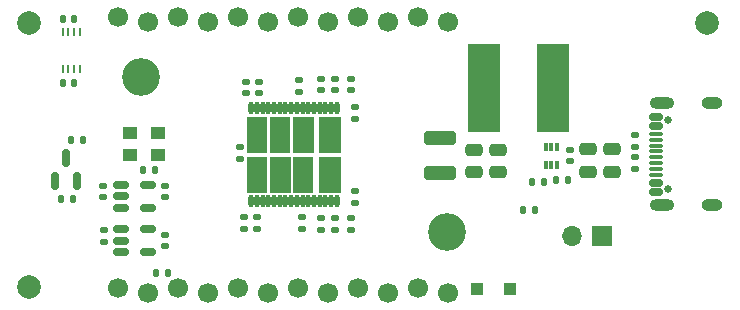
<source format=gts>
G04 #@! TF.GenerationSoftware,KiCad,Pcbnew,8.0.1-8.0.1-1~ubuntu22.04.1*
G04 #@! TF.CreationDate,2024-09-21T11:56:38+02:00*
G04 #@! TF.ProjectId,NerdNOS,4e657264-4e4f-4532-9e6b-696361645f70,rev?*
G04 #@! TF.SameCoordinates,Original*
G04 #@! TF.FileFunction,Soldermask,Top*
G04 #@! TF.FilePolarity,Negative*
%FSLAX46Y46*%
G04 Gerber Fmt 4.6, Leading zero omitted, Abs format (unit mm)*
G04 Created by KiCad (PCBNEW 8.0.1-8.0.1-1~ubuntu22.04.1) date 2024-09-21 11:56:38*
%MOMM*%
%LPD*%
G01*
G04 APERTURE LIST*
G04 Aperture macros list*
%AMRoundRect*
0 Rectangle with rounded corners*
0 $1 Rounding radius*
0 $2 $3 $4 $5 $6 $7 $8 $9 X,Y pos of 4 corners*
0 Add a 4 corners polygon primitive as box body*
4,1,4,$2,$3,$4,$5,$6,$7,$8,$9,$2,$3,0*
0 Add four circle primitives for the rounded corners*
1,1,$1+$1,$2,$3*
1,1,$1+$1,$4,$5*
1,1,$1+$1,$6,$7*
1,1,$1+$1,$8,$9*
0 Add four rect primitives between the rounded corners*
20,1,$1+$1,$2,$3,$4,$5,0*
20,1,$1+$1,$4,$5,$6,$7,0*
20,1,$1+$1,$6,$7,$8,$9,0*
20,1,$1+$1,$8,$9,$2,$3,0*%
G04 Aperture macros list end*
%ADD10C,0.010000*%
%ADD11RoundRect,0.250000X-0.300000X-0.300000X0.300000X-0.300000X0.300000X0.300000X-0.300000X0.300000X0*%
%ADD12RoundRect,0.150000X-0.512500X-0.150000X0.512500X-0.150000X0.512500X0.150000X-0.512500X0.150000X0*%
%ADD13RoundRect,0.135000X0.185000X-0.135000X0.185000X0.135000X-0.185000X0.135000X-0.185000X-0.135000X0*%
%ADD14R,2.700000X7.500000*%
%ADD15RoundRect,0.140000X0.170000X-0.140000X0.170000X0.140000X-0.170000X0.140000X-0.170000X-0.140000X0*%
%ADD16RoundRect,0.140000X-0.170000X0.140000X-0.170000X-0.140000X0.170000X-0.140000X0.170000X0.140000X0*%
%ADD17R,1.700000X1.700000*%
%ADD18O,1.700000X1.700000*%
%ADD19RoundRect,0.250000X-0.475000X0.250000X-0.475000X-0.250000X0.475000X-0.250000X0.475000X0.250000X0*%
%ADD20RoundRect,0.140000X0.140000X0.170000X-0.140000X0.170000X-0.140000X-0.170000X0.140000X-0.170000X0*%
%ADD21RoundRect,0.150000X0.150000X-0.587500X0.150000X0.587500X-0.150000X0.587500X-0.150000X-0.587500X0*%
%ADD22RoundRect,0.135000X-0.185000X0.135000X-0.185000X-0.135000X0.185000X-0.135000X0.185000X0.135000X0*%
%ADD23C,0.650000*%
%ADD24RoundRect,0.150000X0.425000X-0.150000X0.425000X0.150000X-0.425000X0.150000X-0.425000X-0.150000X0*%
%ADD25RoundRect,0.075000X0.500000X-0.075000X0.500000X0.075000X-0.500000X0.075000X-0.500000X-0.075000X0*%
%ADD26O,2.100000X1.000000*%
%ADD27O,1.800000X1.000000*%
%ADD28RoundRect,0.135000X0.135000X0.185000X-0.135000X0.185000X-0.135000X-0.185000X0.135000X-0.185000X0*%
%ADD29R,1.300000X1.100000*%
%ADD30RoundRect,0.250000X-1.100000X0.325000X-1.100000X-0.325000X1.100000X-0.325000X1.100000X0.325000X0*%
%ADD31C,2.000000*%
%ADD32RoundRect,0.135000X-0.135000X-0.185000X0.135000X-0.185000X0.135000X0.185000X-0.135000X0.185000X0*%
%ADD33RoundRect,0.236600X-0.000010X0.295000X-0.000010X-0.295000X0.000010X-0.295000X0.000010X0.295000X0*%
%ADD34R,0.254000X0.762000*%
%ADD35C,3.200000*%
%ADD36RoundRect,0.075000X-0.075000X0.275000X-0.075000X-0.275000X0.075000X-0.275000X0.075000X0.275000X0*%
%ADD37C,1.700000*%
G04 APERTURE END LIST*
D10*
X101955000Y-66400000D02*
X100325000Y-66400000D01*
X100325000Y-69340000D01*
X101955000Y-69340000D01*
X101955000Y-66400000D01*
G36*
X101955000Y-66400000D02*
G01*
X100325000Y-66400000D01*
X100325000Y-69340000D01*
X101955000Y-69340000D01*
X101955000Y-66400000D01*
G37*
X101965000Y-63060000D02*
X100335000Y-63060000D01*
X100335000Y-66000000D01*
X101965000Y-66000000D01*
X101965000Y-63060000D01*
G36*
X101965000Y-63060000D02*
G01*
X100335000Y-63060000D01*
X100335000Y-66000000D01*
X101965000Y-66000000D01*
X101965000Y-63060000D01*
G37*
X103915000Y-63060000D02*
X102285000Y-63060000D01*
X102285000Y-66000000D01*
X103915000Y-66000000D01*
X103915000Y-63060000D01*
G36*
X103915000Y-63060000D02*
G01*
X102285000Y-63060000D01*
X102285000Y-66000000D01*
X103915000Y-66000000D01*
X103915000Y-63060000D01*
G37*
X103925000Y-66410000D02*
X102295000Y-66410000D01*
X102295000Y-69350000D01*
X103925000Y-69350000D01*
X103925000Y-66410000D01*
G36*
X103925000Y-66410000D02*
G01*
X102295000Y-66410000D01*
X102295000Y-69350000D01*
X103925000Y-69350000D01*
X103925000Y-66410000D01*
G37*
X105865000Y-66400000D02*
X104235000Y-66400000D01*
X104235000Y-69340000D01*
X105865000Y-69340000D01*
X105865000Y-66400000D01*
G36*
X105865000Y-66400000D02*
G01*
X104235000Y-66400000D01*
X104235000Y-69340000D01*
X105865000Y-69340000D01*
X105865000Y-66400000D01*
G37*
X105870000Y-63060000D02*
X104240000Y-63060000D01*
X104240000Y-66000000D01*
X105870000Y-66000000D01*
X105870000Y-63060000D01*
G36*
X105870000Y-63060000D02*
G01*
X104240000Y-63060000D01*
X104240000Y-66000000D01*
X105870000Y-66000000D01*
X105870000Y-63060000D01*
G37*
X108220000Y-63050000D02*
X106380000Y-63050000D01*
X106380000Y-65990000D01*
X108220000Y-65990000D01*
X108220000Y-63050000D01*
G36*
X108220000Y-63050000D02*
G01*
X106380000Y-63050000D01*
X106380000Y-65990000D01*
X108220000Y-65990000D01*
X108220000Y-63050000D01*
G37*
X108220000Y-66410000D02*
X106380000Y-66410000D01*
X106380000Y-69350000D01*
X108220000Y-69350000D01*
X108220000Y-66410000D01*
G36*
X108220000Y-66410000D02*
G01*
X106380000Y-66410000D01*
X106380000Y-69350000D01*
X108220000Y-69350000D01*
X108220000Y-66410000D01*
G37*
D11*
X119800000Y-77600000D03*
X122600000Y-77600000D03*
D12*
X89662500Y-72550001D03*
X89662500Y-73500000D03*
X89662500Y-74449999D03*
X91937500Y-74449999D03*
X91937500Y-72550001D03*
D13*
X133165000Y-65550000D03*
X133165000Y-64530000D03*
D14*
X126200000Y-60600000D03*
X120400000Y-60600000D03*
D15*
X100200000Y-60980000D03*
X100200000Y-60020000D03*
D16*
X109100000Y-59820000D03*
X109100000Y-60780000D03*
D17*
X130340000Y-73100000D03*
D18*
X127800000Y-73100000D03*
D19*
X121600000Y-65800000D03*
X121600000Y-67700000D03*
D20*
X85680000Y-54750400D03*
X84720000Y-54750400D03*
D21*
X84050000Y-68404999D03*
X85950000Y-68404999D03*
X85000000Y-66529999D03*
D16*
X106600000Y-59820000D03*
X106600000Y-60780000D03*
D22*
X133165000Y-66430000D03*
X133165000Y-67450000D03*
D16*
X88200000Y-72620000D03*
X88200000Y-73580000D03*
D22*
X105000000Y-71490001D03*
X105000000Y-72509999D03*
D23*
X135985000Y-69080000D03*
X135985000Y-63300000D03*
D24*
X134910000Y-69390000D03*
X134910000Y-68590000D03*
D25*
X134910000Y-67440000D03*
X134910000Y-66440000D03*
X134910000Y-65940000D03*
X134910000Y-64940000D03*
D24*
X134910000Y-62990000D03*
X134910000Y-63790000D03*
D25*
X134910000Y-64440000D03*
X134910000Y-65440000D03*
X134910000Y-66940000D03*
X134910000Y-67940000D03*
D26*
X135485000Y-70510000D03*
D27*
X139665000Y-70510000D03*
D26*
X135485000Y-61870000D03*
D27*
X139665000Y-61870000D03*
D16*
X106600000Y-71600000D03*
X106600000Y-72560000D03*
X100100000Y-71520000D03*
X100100000Y-72480000D03*
X107800000Y-71600000D03*
X107800000Y-72560000D03*
D28*
X93610000Y-76200000D03*
X92590000Y-76200000D03*
D16*
X107800000Y-59820000D03*
X107800000Y-60780000D03*
D19*
X131200000Y-65750000D03*
X131200000Y-67650000D03*
D29*
X90445000Y-66265000D03*
X92745000Y-66265000D03*
X92745000Y-64365000D03*
X90445000Y-64365000D03*
D19*
X129200000Y-65750000D03*
X129200000Y-67650000D03*
X119500000Y-65800000D03*
X119500000Y-67700000D03*
D20*
X92495000Y-67515000D03*
X91535000Y-67515000D03*
D30*
X116700000Y-64825000D03*
X116700000Y-67775000D03*
D16*
X93362500Y-68870001D03*
X93362500Y-69830001D03*
D31*
X139300000Y-55100000D03*
D20*
X85680000Y-60150400D03*
X84720000Y-60150400D03*
D15*
X101300000Y-60980000D03*
X101300000Y-60020000D03*
D32*
X85390000Y-65000000D03*
X86410000Y-65000000D03*
D28*
X125500000Y-68500000D03*
X124480000Y-68500000D03*
D33*
X107900000Y-62265400D03*
X107420000Y-62265400D03*
X106940000Y-62265400D03*
X106460000Y-62265400D03*
X105980000Y-62265400D03*
X105500000Y-62265400D03*
X105020000Y-62265400D03*
X104540000Y-62265400D03*
X104060000Y-62265400D03*
X103580000Y-62265400D03*
X103100000Y-62265400D03*
X102620000Y-62265400D03*
X102140000Y-62265400D03*
X101660000Y-62265400D03*
X101180000Y-62265400D03*
X100700000Y-62265400D03*
X100700000Y-70134600D03*
X101180000Y-70134600D03*
X101660000Y-70134600D03*
X102140000Y-70134600D03*
X102620000Y-70134600D03*
X103100000Y-70134600D03*
X103580000Y-70134600D03*
X104060000Y-70134600D03*
X104540000Y-70134600D03*
X105020000Y-70134600D03*
X105500000Y-70134600D03*
X105980000Y-70134600D03*
X106460000Y-70134600D03*
X106940000Y-70134600D03*
X107420000Y-70134600D03*
X107900000Y-70134600D03*
D34*
X86200252Y-55850400D03*
X85700126Y-55850400D03*
X85200000Y-55850400D03*
X84699874Y-55850400D03*
X84699874Y-59000000D03*
X85200000Y-59000000D03*
X85700126Y-59000000D03*
X86200252Y-59000000D03*
D16*
X88162500Y-68870001D03*
X88162500Y-69830001D03*
X93400000Y-73020000D03*
X93400000Y-73980000D03*
D35*
X117230000Y-72760000D03*
X91370000Y-59640000D03*
D16*
X109100000Y-71600000D03*
X109100000Y-72560000D03*
D31*
X81900000Y-77400000D03*
D22*
X104700000Y-59890000D03*
X104700000Y-60910000D03*
D16*
X109500000Y-69320000D03*
X109500000Y-70280000D03*
D22*
X99700000Y-65590000D03*
X99700000Y-66610000D03*
D12*
X89625000Y-68800002D03*
X89625000Y-69750001D03*
X89625000Y-70700000D03*
X91900000Y-70700000D03*
X91900000Y-68800002D03*
D28*
X127510000Y-68400000D03*
X126490000Y-68400000D03*
D16*
X109500000Y-62220000D03*
X109500000Y-63180000D03*
X101200000Y-71520000D03*
X101200000Y-72480000D03*
D36*
X126600000Y-65550000D03*
X126100000Y-65550000D03*
X125600000Y-65550000D03*
X125600000Y-67050000D03*
X126100000Y-67050000D03*
X126600000Y-67050000D03*
D31*
X81900000Y-55100000D03*
D16*
X127700000Y-65820000D03*
X127700000Y-66780000D03*
D28*
X85610000Y-69967499D03*
X84590000Y-69967499D03*
D32*
X123680000Y-70880000D03*
X124700000Y-70880000D03*
D37*
X89440000Y-77490000D03*
X91980000Y-77890000D03*
X94520000Y-77490000D03*
X97060000Y-77890000D03*
X99600000Y-77490000D03*
X102140000Y-77890000D03*
X104680000Y-77490000D03*
X107220000Y-77890000D03*
X109760000Y-77490000D03*
X112300000Y-77890000D03*
X114840000Y-77490000D03*
X117380000Y-77890000D03*
X117380000Y-54970000D03*
X114840000Y-54570000D03*
X112300000Y-54970000D03*
X109760000Y-54570000D03*
X107220000Y-54970000D03*
X104680000Y-54570000D03*
X102140000Y-54970000D03*
X99600000Y-54570000D03*
X97060000Y-54970000D03*
X94520000Y-54570000D03*
X91980000Y-54970000D03*
X89440000Y-54570000D03*
M02*

</source>
